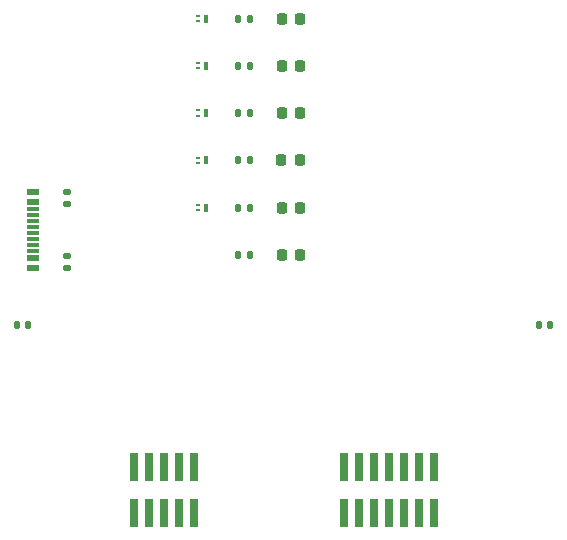
<source format=gbr>
%TF.GenerationSoftware,KiCad,Pcbnew,7.0.1*%
%TF.CreationDate,2023-12-30T18:25:03+00:00*%
%TF.ProjectId,watch_test_rig,77617463-685f-4746-9573-745f7269672e,rev?*%
%TF.SameCoordinates,Original*%
%TF.FileFunction,Paste,Top*%
%TF.FilePolarity,Positive*%
%FSLAX46Y46*%
G04 Gerber Fmt 4.6, Leading zero omitted, Abs format (unit mm)*
G04 Created by KiCad (PCBNEW 7.0.1) date 2023-12-30 18:25:03*
%MOMM*%
%LPD*%
G01*
G04 APERTURE LIST*
G04 Aperture macros list*
%AMRoundRect*
0 Rectangle with rounded corners*
0 $1 Rounding radius*
0 $2 $3 $4 $5 $6 $7 $8 $9 X,Y pos of 4 corners*
0 Add a 4 corners polygon primitive as box body*
4,1,4,$2,$3,$4,$5,$6,$7,$8,$9,$2,$3,0*
0 Add four circle primitives for the rounded corners*
1,1,$1+$1,$2,$3*
1,1,$1+$1,$4,$5*
1,1,$1+$1,$6,$7*
1,1,$1+$1,$8,$9*
0 Add four rect primitives between the rounded corners*
20,1,$1+$1,$2,$3,$4,$5,0*
20,1,$1+$1,$4,$5,$6,$7,0*
20,1,$1+$1,$6,$7,$8,$9,0*
20,1,$1+$1,$8,$9,$2,$3,0*%
G04 Aperture macros list end*
%ADD10R,1.140000X0.600000*%
%ADD11R,1.140000X0.300000*%
%ADD12RoundRect,0.218750X-0.218750X-0.256250X0.218750X-0.256250X0.218750X0.256250X-0.218750X0.256250X0*%
%ADD13RoundRect,0.140000X-0.140000X-0.170000X0.140000X-0.170000X0.140000X0.170000X-0.140000X0.170000X0*%
%ADD14RoundRect,0.135000X0.135000X0.185000X-0.135000X0.185000X-0.135000X-0.185000X0.135000X-0.185000X0*%
%ADD15R,0.400000X0.250000*%
%ADD16R,0.400000X0.700000*%
%ADD17RoundRect,0.140000X0.140000X0.170000X-0.140000X0.170000X-0.140000X-0.170000X0.140000X-0.170000X0*%
%ADD18RoundRect,0.135000X-0.185000X0.135000X-0.185000X-0.135000X0.185000X-0.135000X0.185000X0.135000X0*%
%ADD19R,0.740000X2.400000*%
%ADD20RoundRect,0.135000X0.185000X-0.135000X0.185000X0.135000X-0.185000X0.135000X-0.185000X-0.135000X0*%
G04 APERTURE END LIST*
D10*
%TO.C,J103*%
X133850000Y-91800000D03*
X133850000Y-92600000D03*
D11*
X133850000Y-93750000D03*
X133850000Y-94750000D03*
X133850000Y-95250000D03*
X133850000Y-96250000D03*
D10*
X133850000Y-98200000D03*
X133850000Y-97400000D03*
D11*
X133850000Y-96750000D03*
X133850000Y-95750000D03*
X133850000Y-94250000D03*
X133850000Y-93250000D03*
%TD*%
D12*
%TO.C,D104*%
X154940000Y-81090000D03*
X156515000Y-81090000D03*
%TD*%
D13*
%TO.C,C101*%
X176720000Y-103000000D03*
X177680000Y-103000000D03*
%TD*%
D14*
%TO.C,R104*%
X152237500Y-77090000D03*
X151217500Y-77090000D03*
%TD*%
D12*
%TO.C,D102*%
X154940000Y-77090000D03*
X156515000Y-77090000D03*
%TD*%
D15*
%TO.C,Q102*%
X147877500Y-76865000D03*
X147877500Y-77315000D03*
D16*
X148577500Y-77090000D03*
%TD*%
D15*
%TO.C,Q104*%
X147877500Y-80865000D03*
X147877500Y-81315000D03*
D16*
X148577500Y-81090000D03*
%TD*%
D12*
%TO.C,D103*%
X154930000Y-89090000D03*
X156505000Y-89090000D03*
%TD*%
D17*
%TO.C,C102*%
X133480000Y-103000000D03*
X132520000Y-103000000D03*
%TD*%
D14*
%TO.C,R108*%
X152237500Y-85090000D03*
X151217500Y-85090000D03*
%TD*%
D18*
%TO.C,R102*%
X136762500Y-97190000D03*
X136762500Y-98210000D03*
%TD*%
D19*
%TO.C,J101*%
X160190000Y-118950000D03*
X160190000Y-115050000D03*
X161460000Y-118950000D03*
X161460000Y-115050000D03*
X162730000Y-118950000D03*
X162730000Y-115050000D03*
X164000000Y-118950000D03*
X164000000Y-115050000D03*
X165270000Y-118950000D03*
X165270000Y-115050000D03*
X166540000Y-118950000D03*
X166540000Y-115050000D03*
X167810000Y-118950000D03*
X167810000Y-115050000D03*
%TD*%
D14*
%TO.C,R107*%
X152237500Y-97090000D03*
X151217500Y-97090000D03*
%TD*%
D12*
%TO.C,D101*%
X154940000Y-93090000D03*
X156515000Y-93090000D03*
%TD*%
D19*
%TO.C,J102*%
X142460000Y-118950000D03*
X142460000Y-115050000D03*
X143730000Y-118950000D03*
X143730000Y-115050000D03*
X145000000Y-118950000D03*
X145000000Y-115050000D03*
X146270000Y-118950000D03*
X146270000Y-115050000D03*
X147540000Y-118950000D03*
X147540000Y-115050000D03*
%TD*%
D14*
%TO.C,R105*%
X152237500Y-89090000D03*
X151217500Y-89090000D03*
%TD*%
%TO.C,R106*%
X152237500Y-81090000D03*
X151217500Y-81090000D03*
%TD*%
D20*
%TO.C,R101*%
X136762500Y-92810000D03*
X136762500Y-91790000D03*
%TD*%
D15*
%TO.C,Q103*%
X147877500Y-88865000D03*
X147877500Y-89315000D03*
D16*
X148577500Y-89090000D03*
%TD*%
D12*
%TO.C,D105*%
X154940000Y-97090000D03*
X156515000Y-97090000D03*
%TD*%
%TO.C,D106*%
X154940000Y-85090000D03*
X156515000Y-85090000D03*
%TD*%
D14*
%TO.C,R103*%
X152237500Y-93090000D03*
X151217500Y-93090000D03*
%TD*%
D15*
%TO.C,Q105*%
X147877500Y-84865000D03*
X147877500Y-85315000D03*
D16*
X148577500Y-85090000D03*
%TD*%
D15*
%TO.C,Q101*%
X147877500Y-92865000D03*
X147877500Y-93315000D03*
D16*
X148577500Y-93090000D03*
%TD*%
M02*

</source>
